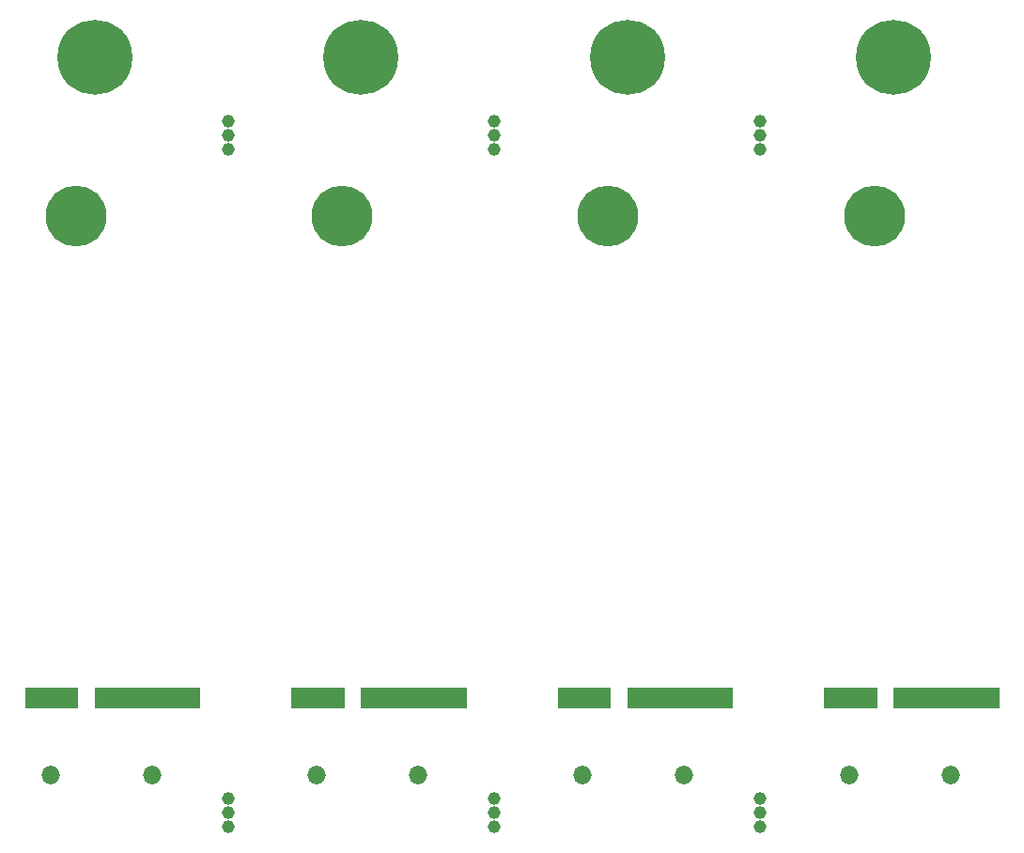
<source format=gbs>
G04 #@! TF.FileFunction,Soldermask,Bot*
%FSLAX46Y46*%
G04 Gerber Fmt 4.6, Leading zero omitted, Abs format (unit mm)*
G04 Created by KiCad (PCBNEW 4.0.5) date Wednesday, September 13, 2017 'PMt' 01:05:14 PM*
%MOMM*%
%LPD*%
G01*
G04 APERTURE LIST*
%ADD10C,0.100000*%
%ADD11R,0.958800X1.900000*%
%ADD12O,1.670000X1.670000*%
%ADD13C,5.480000*%
%ADD14C,1.162000*%
%ADD15C,6.750000*%
G04 APERTURE END LIST*
D10*
D11*
X97316400Y-122466000D03*
X96529000Y-122466000D03*
X95741600Y-122466000D03*
X94954200Y-122466000D03*
X94166800Y-122466000D03*
X93379400Y-122466000D03*
X92592000Y-122466000D03*
X91804600Y-122466000D03*
X91017200Y-122466000D03*
X90229800Y-122466000D03*
X89442400Y-122466000D03*
X88655000Y-122466000D03*
X86292800Y-122466000D03*
X85505400Y-122466000D03*
X84718000Y-122466000D03*
X83930600Y-122466000D03*
X83143200Y-122466000D03*
X82355800Y-122466000D03*
D12*
X84210000Y-129432000D03*
X93354000Y-129432000D03*
D13*
X86496000Y-79066000D03*
D11*
X121316400Y-122466000D03*
X120529000Y-122466000D03*
X119741600Y-122466000D03*
X118954200Y-122466000D03*
X118166800Y-122466000D03*
X117379400Y-122466000D03*
X116592000Y-122466000D03*
X115804600Y-122466000D03*
X115017200Y-122466000D03*
X114229800Y-122466000D03*
X113442400Y-122466000D03*
X112655000Y-122466000D03*
X110292800Y-122466000D03*
X109505400Y-122466000D03*
X108718000Y-122466000D03*
X107930600Y-122466000D03*
X107143200Y-122466000D03*
X106355800Y-122466000D03*
D12*
X108210000Y-129432000D03*
X117354000Y-129432000D03*
D13*
X110496000Y-79066000D03*
D14*
X100210000Y-134050000D03*
X100210000Y-132780000D03*
X100210000Y-131510000D03*
D15*
X88210000Y-64780000D03*
X112210000Y-64780000D03*
D14*
X100210000Y-73050000D03*
X100210000Y-71780000D03*
X100210000Y-70510000D03*
X76210000Y-134050000D03*
X76210000Y-132780000D03*
X76210000Y-131510000D03*
D15*
X64210000Y-64780000D03*
D11*
X73316400Y-122466000D03*
X72529000Y-122466000D03*
X71741600Y-122466000D03*
X70954200Y-122466000D03*
X70166800Y-122466000D03*
X69379400Y-122466000D03*
X68592000Y-122466000D03*
X67804600Y-122466000D03*
X67017200Y-122466000D03*
X66229800Y-122466000D03*
X65442400Y-122466000D03*
X64655000Y-122466000D03*
X62292800Y-122466000D03*
X61505400Y-122466000D03*
X60718000Y-122466000D03*
X59930600Y-122466000D03*
X59143200Y-122466000D03*
X58355800Y-122466000D03*
D12*
X60210000Y-129432000D03*
X69354000Y-129432000D03*
D13*
X62496000Y-79066000D03*
D14*
X76210000Y-73050000D03*
X76210000Y-71780000D03*
X76210000Y-70510000D03*
D11*
X49316400Y-122466000D03*
X48529000Y-122466000D03*
X47741600Y-122466000D03*
X46954200Y-122466000D03*
X46166800Y-122466000D03*
X45379400Y-122466000D03*
X44592000Y-122466000D03*
X43804600Y-122466000D03*
X43017200Y-122466000D03*
X42229800Y-122466000D03*
X41442400Y-122466000D03*
X40655000Y-122466000D03*
X38292800Y-122466000D03*
X37505400Y-122466000D03*
X36718000Y-122466000D03*
X35930600Y-122466000D03*
X35143200Y-122466000D03*
X34355800Y-122466000D03*
D12*
X36210000Y-129432000D03*
X45354000Y-129432000D03*
D13*
X38496000Y-79066000D03*
D15*
X40210000Y-64780000D03*
D14*
X52210000Y-73050000D03*
X52210000Y-71780000D03*
X52210000Y-70510000D03*
X52210000Y-134050000D03*
X52210000Y-132780000D03*
X52210000Y-131510000D03*
M02*

</source>
